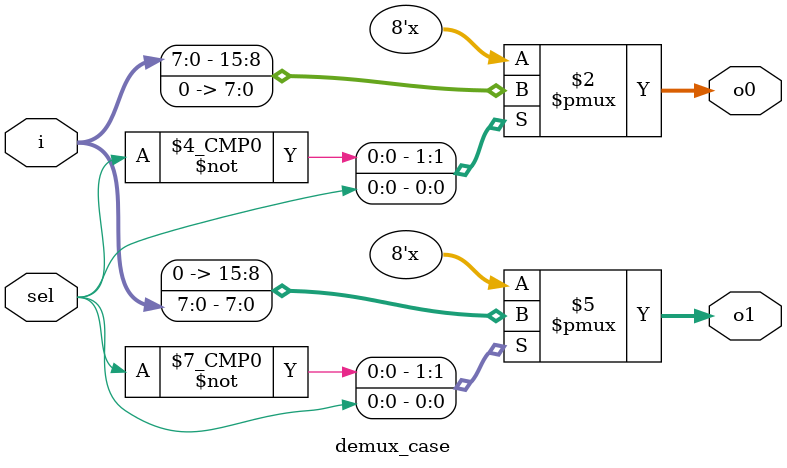
<source format=v>
module demux_case #(
    parameter width = 8,
    parameter snum = 1
)(
    input wire [width-1:0] i,
    input wire [snum-1:0] sel,
    output reg [width-1:0] o0, 
    output reg [width-1:0] o1
);

    always @(*) begin
        o0 = {width{1'b0}};
        o1 = {width{1'b0}};

        case(sel)
            1'b0: o0 = i;
            1'b1: o1 = i;
            default:    ;
        endcase 
    end

endmodule


</source>
